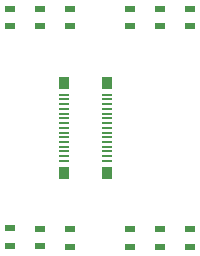
<source format=gbr>
G04 #@! TF.FileFunction,Paste,Top*
%FSLAX46Y46*%
G04 Gerber Fmt 4.6, Leading zero omitted, Abs format (unit mm)*
G04 Created by KiCad (PCBNEW 4.0.4+dfsg1-stable) date Thu Sep  7 20:48:14 2017*
%MOMM*%
%LPD*%
G01*
G04 APERTURE LIST*
%ADD10C,0.100000*%
%ADD11R,0.900000X0.500000*%
%ADD12R,0.950000X0.220000*%
%ADD13R,0.950000X1.000000*%
G04 APERTURE END LIST*
D10*
D11*
X129476500Y-126531500D03*
X129476500Y-125031500D03*
X132016500Y-126531500D03*
X132016500Y-125031500D03*
X134556500Y-126531500D03*
X134556500Y-125031500D03*
X139636500Y-126531500D03*
X139636500Y-125031500D03*
X142176500Y-126543500D03*
X142176500Y-125043500D03*
X144716500Y-126531500D03*
X144716500Y-125031500D03*
X129476500Y-145149000D03*
X129476500Y-143649000D03*
X132016500Y-145161000D03*
X132016500Y-143661000D03*
X134556500Y-145212500D03*
X134556500Y-143712500D03*
X139636500Y-145212500D03*
X139636500Y-143712500D03*
X142176500Y-145212500D03*
X142176500Y-143712500D03*
X144716500Y-145212500D03*
X144716500Y-143712500D03*
D12*
X134064000Y-137927000D03*
X134064000Y-137527000D03*
X134064000Y-137127000D03*
X134064000Y-136727000D03*
X134064000Y-136327000D03*
X134064000Y-135927000D03*
X134064000Y-135527000D03*
X134064000Y-132327000D03*
X134064000Y-132727000D03*
X134064000Y-133127000D03*
X134064000Y-133527000D03*
X134064000Y-133927000D03*
X134064000Y-134327000D03*
X134064000Y-134727000D03*
X134064000Y-135127000D03*
X137714000Y-135127000D03*
X137714000Y-134727000D03*
X137714000Y-134327000D03*
X137714000Y-133927000D03*
X137714000Y-133527000D03*
X137714000Y-133127000D03*
X137714000Y-132727000D03*
X137714000Y-132327000D03*
X137714000Y-135527000D03*
X137714000Y-135927000D03*
X137714000Y-136327000D03*
X137714000Y-136727000D03*
X137714000Y-137127000D03*
X137714000Y-137527000D03*
X137714000Y-137927000D03*
D13*
X137714000Y-138927000D03*
X134064000Y-138927000D03*
X134064000Y-131327000D03*
X137714000Y-131327000D03*
M02*

</source>
